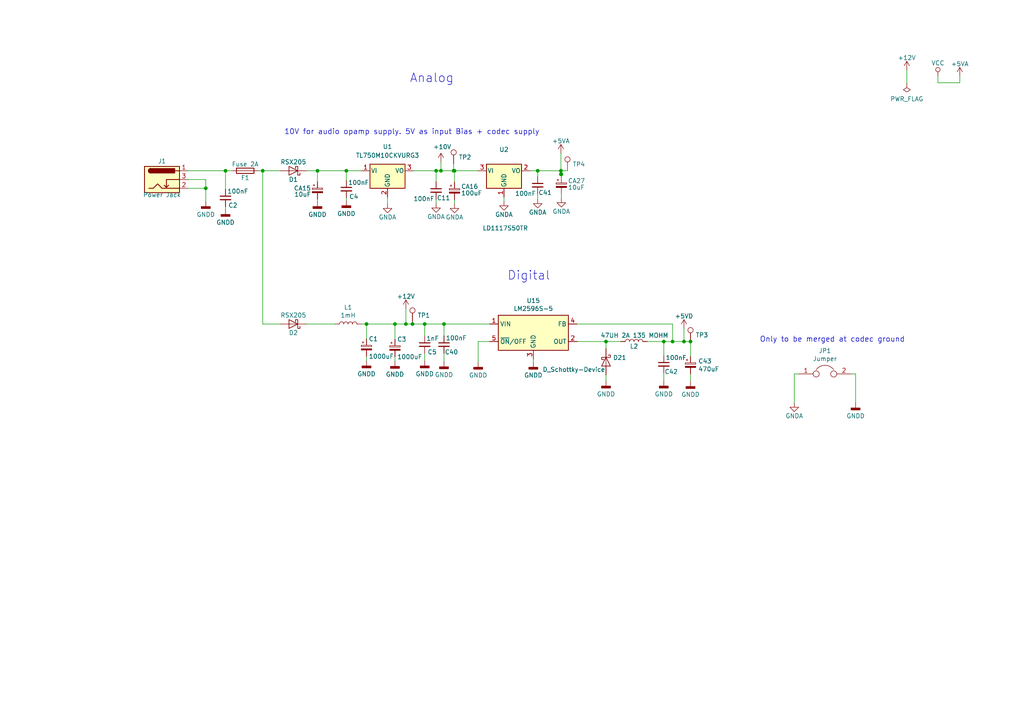
<source format=kicad_sch>
(kicad_sch (version 20211123) (generator eeschema)
  (paper "A4")
  (title_block (title "MOD DuoX - Bottom Board") (date "2021-11-11") (rev "Rev 1.05") (company "MOD Devices GmbH") (comment 1 "DuoX Audio processing board") (comment 2 "https://github.com/moddevices/mod-hw-duoX") (comment 3 "Inp Power: 12V 700mA") (comment 4 "USB outp Power: 500mA"))
  (lib_symbols
    (symbol "Device:CP_Small" (pin_numbers hide) (pin_names (offset 0.254) hide)
      (property "Reference" "C" (at 0.254 1.778 0))
      (property "Value" "Device_CP_Small" (at 0.254 -2.032 0))
      (symbol "CP_Small_0_1"
        (rectangle (start -1.524 -0.3048) (end 1.524 -0.6858) (fill (type outline)))
        (rectangle (start -1.524 0.6858) (end 1.524 0.3048))
        (polyline (pts (xy -1.27 1.524) (xy -0.762 1.524)))
        (polyline (pts (xy -1.016 1.27) (xy -1.016 1.778)))
      )
      (symbol "CP_Small_1_1"
        (pin passive line (at 0 2.54 270) (length 1.8542) (name "~") (number "1"))
        (pin passive line (at 0 -2.54 90) (length 1.8542) (name "~") (number "2"))
      )
    )
    (symbol "Device:Jumper" (pin_names (offset 0.762) hide)
      (property "Reference" "JP" (at 0 3.81 0))
      (property "Value" "Device_Jumper" (at 0 -2.032 0))
      (symbol "Jumper_0_1"
        (circle (center -2.54 0) (radius 0.889))
        (arc (start 2.5146 1.27) (mid 0.0127 2.5097) (end -2.4892 1.27))
        (circle (center 2.54 0) (radius 0.889))
        (pin passive line (at -7.62 0 0) (length 4.191) (name "1") (number "1"))
        (pin passive line (at 7.62 0 180) (length 4.191) (name "2") (number "2"))
      )
    )
    (symbol "Regulator_Switching:LM2596S-5"
      (property "Reference" "U" (at -10.16 6.35 0))
      (property "Value" "LM2596S-5" (at 0 6.35 0))
      (symbol "LM2596S-5_0_1"
        (rectangle (start -10.16 5.08) (end 10.16 -5.08) (stroke (width 0.254)) (fill (type background)))
      )
      (symbol "LM2596S-5_1_1"
        (pin power_in line (at -12.7 2.54 0) (length 2.54) (name "VIN") (number "1"))
        (pin output line (at 12.7 -2.54 180) (length 2.54) (name "OUT") (number "2"))
        (pin power_in line (at 0 -7.62 90) (length 2.54) (name "GND") (number "3"))
        (pin input line (at 12.7 2.54 180) (length 2.54) (name "FB") (number "4"))
        (pin input line (at -12.7 -2.54 0) (length 2.54) (name "~{ON}/OFF") (number "5"))
      )
    )
    (symbol "bottom-board-rescue:+12V-power" (power) (pin_names (offset 0))
      (property "Value" "+12V-power" (at 0 3.556 0))
      (symbol "+12V-power_0_1"
        (polyline (pts (xy -0.762 1.27) (xy 0 2.54)))
        (polyline (pts (xy 0 0) (xy 0 2.54)))
        (polyline (pts (xy 0 2.54) (xy 0.762 1.27)))
      )
      (symbol "+12V-power_1_1"
        (pin power_in line (at 0 0 90) (length 0) hide (name "+12V") (number "1"))
      )
    )
    (symbol "bottom-board-rescue:+5VA-power" (power) (pin_names (offset 0))
      (property "Value" "+5VA-power" (at 0 3.556 0))
      (symbol "+5VA-power_0_1"
        (polyline (pts (xy -0.762 1.27) (xy 0 2.54)))
        (polyline (pts (xy 0 0) (xy 0 2.54)))
        (polyline (pts (xy 0 2.54) (xy 0.762 1.27)))
      )
      (symbol "+5VA-power_1_1"
        (pin power_in line (at 0 0 90) (length 0) hide (name "+5VA") (number "1"))
      )
    )
    (symbol "bottom-board-rescue:+5VD-power" (power) (pin_names (offset 0))
      (property "Value" "+5VD-power" (at 0 3.556 0))
      (symbol "+5VD-power_0_1"
        (polyline (pts (xy -0.762 1.27) (xy 0 2.54)))
        (polyline (pts (xy 0 0) (xy 0 2.54)))
        (polyline (pts (xy 0 2.54) (xy 0.762 1.27)))
      )
      (symbol "+5VD-power_1_1"
        (pin power_in line (at 0 0 90) (length 0) hide (name "+5VD") (number "1"))
      )
    )
    (symbol "bottom-board-rescue:Barrel_Jack_Switch-Connector" (pin_names hide)
      (property "Reference" "J" (at 0 5.334 0))
      (property "Value" "Barrel_Jack_Switch-Connector" (at 0 -5.08 0))
      (symbol "Barrel_Jack_Switch-Connector_0_1"
        (rectangle (start -5.08 3.81) (end 5.08 -3.81) (stroke (width 0.254)) (fill (type background)))
        (arc (start -3.302 3.175) (mid -3.937 2.54) (end -3.302 1.905) (stroke (width 0.254)))
        (arc (start -3.302 3.175) (mid -3.937 2.54) (end -3.302 1.905) (stroke (width 0.254)) (fill (type outline)))
        (polyline (pts (xy 1.27 -2.286) (xy 1.905 -1.651)) (stroke (width 0.254)))
        (polyline (pts (xy 5.08 2.54) (xy 3.81 2.54)) (stroke (width 0.254)))
        (polyline (pts (xy 5.08 0) (xy 1.27 0) (xy 1.27 -2.286) (xy 0.635 -1.651)) (stroke (width 0.254)))
        (polyline (pts (xy -3.81 -2.54) (xy -2.54 -2.54) (xy -1.27 -1.27) (xy 0 -2.54) (xy 2.54 -2.54) (xy 5.08 -2.54)) (stroke (width 0.254)))
        (rectangle (start 3.683 3.175) (end -3.302 1.905) (stroke (width 0.254)) (fill (type outline)))
      )
      (symbol "Barrel_Jack_Switch-Connector_1_1"
        (pin passive line (at 7.62 2.54 180) (length 2.54) (name "~") (number "1"))
        (pin passive line (at 7.62 -2.54 180) (length 2.54) (name "~") (number "2"))
        (pin passive line (at 7.62 0 180) (length 2.54) (name "~") (number "3"))
      )
    )
    (symbol "bottom-board-rescue:CP_Small-Device" (pin_numbers hide) (pin_names (offset 0.254) hide)
      (property "Reference" "C" (at 0.254 1.778 0))
      (property "Value" "CP_Small-Device" (at 0.254 -2.032 0))
      (symbol "CP_Small-Device_0_1"
        (rectangle (start -1.524 -0.3048) (end 1.524 -0.6858) (fill (type outline)))
        (rectangle (start -1.524 0.6858) (end 1.524 0.3048))
        (polyline (pts (xy -1.27 1.524) (xy -0.762 1.524)))
        (polyline (pts (xy -1.016 1.27) (xy -1.016 1.778)))
      )
      (symbol "CP_Small-Device_1_1"
        (pin passive line (at 0 2.54 270) (length 1.8542) (name "~") (number "1"))
        (pin passive line (at 0 -2.54 90) (length 1.8542) (name "~") (number "2"))
      )
    )
    (symbol "bottom-board-rescue:C_Small-Device" (pin_numbers hide) (pin_names (offset 0.254) hide)
      (property "Reference" "C" (at 0.254 1.778 0))
      (property "Value" "C_Small-Device" (at 0.254 -2.032 0))
      (symbol "C_Small-Device_0_1"
        (polyline (pts (xy -1.524 -0.508) (xy 1.524 -0.508)) (stroke (width 0.3302)))
        (polyline (pts (xy -1.524 0.508) (xy 1.524 0.508)) (stroke (width 0.3048)))
      )
      (symbol "C_Small-Device_1_1"
        (pin passive line (at 0 2.54 270) (length 2.032) (name "~") (number "1"))
        (pin passive line (at 0 -2.54 90) (length 2.032) (name "~") (number "2"))
      )
    )
    (symbol "bottom-board-rescue:D_Schottky-Device" (pin_numbers hide) (pin_names (offset 1.016) hide)
      (property "Reference" "D" (at 0 2.54 0))
      (property "Value" "D_Schottky-Device" (at 0 -2.54 0))
      (symbol "D_Schottky-Device_0_1"
        (polyline (pts (xy 1.27 0) (xy -1.27 0)))
        (polyline (pts (xy 1.27 1.27) (xy 1.27 -1.27) (xy -1.27 0) (xy 1.27 1.27)) (stroke (width 0.2032)))
        (polyline (pts (xy -1.905 0.635) (xy -1.905 1.27) (xy -1.27 1.27) (xy -1.27 -1.27) (xy -0.635 -1.27) (xy -0.635 -0.635)) (stroke (width 0.2032)))
      )
      (symbol "D_Schottky-Device_1_1"
        (pin passive line (at -3.81 0 0) (length 2.54) (name "K") (number "1"))
        (pin passive line (at 3.81 0 180) (length 2.54) (name "A") (number "2"))
      )
    )
    (symbol "bottom-board-rescue:Fuse-Device" (pin_numbers hide) (pin_names (offset 0))
      (property "Reference" "F" (at 2.032 0 90))
      (property "Value" "Fuse-Device" (at -1.905 0 90))
      (symbol "Fuse-Device_0_1"
        (rectangle (start -0.762 -2.54) (end 0.762 2.54) (stroke (width 0.254)))
        (polyline (pts (xy 0 2.54) (xy 0 -2.54)))
      )
      (symbol "Fuse-Device_1_1"
        (pin passive line (at 0 3.81 270) (length 1.27) (name "~") (number "1"))
        (pin passive line (at 0 -3.81 90) (length 1.27) (name "~") (number "2"))
      )
    )
    (symbol "bottom-board-rescue:GNDA-power" (power) (pin_names (offset 0))
      (property "Value" "GNDA-power" (at 0 -3.81 0))
      (symbol "GNDA-power_0_1"
        (polyline (pts (xy 0 0) (xy 0 -1.27) (xy 1.27 -1.27) (xy 0 -2.54) (xy -1.27 -1.27) (xy 0 -1.27)))
      )
      (symbol "GNDA-power_1_1"
        (pin power_in line (at 0 0 270) (length 0) hide (name "GNDA") (number "1"))
      )
    )
    (symbol "bottom-board-rescue:GNDD-power" (power) (pin_names (offset 0))
      (property "Value" "GNDD-power" (at 0 -3.175 0))
      (symbol "GNDD-power_0_1"
        (rectangle (start -1.27 -1.524) (end 1.27 -2.032) (stroke (width 0.254)) (fill (type outline)))
        (polyline (pts (xy 0 0) (xy 0 -1.524)))
      )
      (symbol "GNDD-power_1_1"
        (pin power_in line (at 0 0 270) (length 0) hide (name "GNDD") (number "1"))
      )
    )
    (symbol "bottom-board-rescue:L-Device" (pin_numbers hide) (pin_names (offset 1.016) hide)
      (property "Reference" "L" (at -1.27 0 90))
      (property "Value" "L-Device" (at 1.905 0 90))
      (symbol "L-Device_0_1"
        (arc (start 0 -2.54) (mid 0.635 -1.905) (end 0 -1.27))
        (arc (start 0 -1.27) (mid 0.635 -0.635) (end 0 0))
        (arc (start 0 0) (mid 0.635 0.635) (end 0 1.27))
        (arc (start 0 1.27) (mid 0.635 1.905) (end 0 2.54))
      )
      (symbol "L-Device_1_1"
        (pin passive line (at 0 3.81 270) (length 1.27) (name "1") (number "1"))
        (pin passive line (at 0 -3.81 90) (length 1.27) (name "2") (number "2"))
      )
    )
    (symbol "bottom-board-rescue:LD1117S50TR_SOT223-Regulator_Linear" (pin_names (offset 0.254))
      (property "Reference" "U" (at -3.81 3.175 0))
      (property "Value" "LD1117S50TR_SOT223-Regulator_Linear" (at 0 3.175 0))
      (symbol "LD1117S50TR_SOT223-Regulator_Linear_0_1"
        (rectangle (start -5.08 -5.08) (end 5.08 1.905) (stroke (width 0.254)) (fill (type background)))
      )
      (symbol "LD1117S50TR_SOT223-Regulator_Linear_1_1"
        (pin power_in line (at 0 -7.62 90) (length 2.54) (name "GND") (number "1"))
        (pin power_out line (at 7.62 0 180) (length 2.54) (name "VO") (number "2"))
        (pin power_in line (at -7.62 0 0) (length 2.54) (name "VI") (number "3"))
      )
    )
    (symbol "bottom-board-rescue:LM7805_TO220-Regulator_Linear" (pin_names (offset 0.254))
      (property "Reference" "U" (at -3.81 3.175 0))
      (property "Value" "LM7805_TO220-Regulator_Linear" (at 0 3.175 0))
      (symbol "LM7805_TO220-Regulator_Linear_0_1"
        (rectangle (start -5.08 1.905) (end 5.08 -5.08) (stroke (width 0.254)) (fill (type background)))
      )
      (symbol "LM7805_TO220-Regulator_Linear_1_1"
        (pin power_in line (at -7.62 0 0) (length 2.54) (name "VI") (number "1"))
        (pin power_in line (at 0 -7.62 90) (length 2.54) (name "GND") (number "2"))
        (pin power_out line (at 7.62 0 180) (length 2.54) (name "VO") (number "3"))
      )
    )
    (symbol "bottom-board-rescue:PWR_FLAG-power" (power) (pin_numbers hide) (pin_names (offset 0) hide)
      (property "Value" "PWR_FLAG-power" (at 0 3.81 0))
      (symbol "PWR_FLAG-power_0_0"
        (pin power_out line (at 0 0 90) (length 0) (name "pwr") (number "1"))
      )
      (symbol "PWR_FLAG-power_0_1"
        (polyline (pts (xy 0 0) (xy 0 1.27) (xy -1.016 1.905) (xy 0 2.54) (xy 1.016 1.905) (xy 0 1.27)))
      )
    )
    (symbol "bottom-board-rescue:TestPoint-Connector" (pin_numbers hide) (pin_names (offset 0.762) hide)
      (property "Reference" "TP" (at 0 6.858 0))
      (property "Value" "TestPoint-Connector" (at 0 5.08 0))
      (symbol "TestPoint-Connector_0_1"
        (circle (center 0 3.302) (radius 0.762))
      )
      (symbol "TestPoint-Connector_1_1"
        (pin passive line (at 0 0 90) (length 2.54) (name "1") (number "1"))
      )
    )
    (symbol "bottom-board-rescue:VCC-power" (power) (pin_names (offset 0))
      (property "Value" "VCC-power" (at 0 3.81 0))
      (symbol "VCC-power_0_1"
        (polyline (pts (xy 0 0) (xy 0 1.27)))
        (circle (center 0 1.905) (radius 0.635))
      )
      (symbol "VCC-power_1_1"
        (pin power_in line (at 0 0 90) (length 0) hide (name "VCC") (number "1"))
      )
    )
    (symbol "power:+10V" (power) (pin_names (offset 0))
      (property "Value" "+10V" (at 0 3.556 0))
      (symbol "+10V_0_1"
        (polyline (pts (xy -0.762 1.27) (xy 0 2.54)))
        (polyline (pts (xy 0 0) (xy 0 2.54)))
        (polyline (pts (xy 0 2.54) (xy 0.762 1.27)))
      )
      (symbol "+10V_1_1"
        (pin power_in line (at 0 0 90) (length 0) hide (name "+10V") (number "1"))
      )
    )
  )
  (junction (at 127.889 49.53))
  (junction (at 175.768 99.06))
  (junction (at 131.826 49.53))
  (junction (at 162.687 49.53))
  (junction (at 126.492 49.53))
  (junction (at 114.554 93.98))
  (junction (at 162.687 50.546))
  (junction (at 92.075 49.53))
  (junction (at 59.69 54.61))
  (junction (at 131.572 49.53))
  (junction (at 155.956 49.53))
  (junction (at 100.457 49.53))
  (junction (at 119.634 93.98))
  (junction (at 192.532 99.06))
  (junction (at 195.072 99.06))
  (junction (at 76.2 49.53))
  (junction (at 65.405 49.53))
  (junction (at 200.279 99.06))
  (junction (at 106.299 93.98))
  (junction (at 128.778 93.98))
  (junction (at 162.814 50.546))
  (junction (at 117.729 93.98))
  (junction (at 198.374 99.06))
  (junction (at 123.19 93.98))
  (wire (pts (xy 153.797 49.53) (xy 155.956 49.53)))
  (wire (pts (xy 65.405 54.864) (xy 65.405 49.53)))
  (wire (pts (xy 195.072 99.06) (xy 198.374 99.06)))
  (wire (pts (xy 155.956 51.181) (xy 155.956 49.53)))
  (wire (pts (xy 119.634 93.345) (xy 119.634 93.98)))
  (wire (pts (xy 128.778 97.409) (xy 128.778 93.98)))
  (wire (pts (xy 104.775 93.98) (xy 106.299 93.98)))
  (wire (pts (xy 128.778 93.98) (xy 141.986 93.98)))
  (wire (pts (xy 175.768 110.49) (xy 175.768 108.712)))
  (wire (pts (xy 138.684 99.06) (xy 138.684 105.029)))
  (wire (pts (xy 162.687 44.45) (xy 162.687 49.53)))
  (wire (pts (xy 131.572 49.53) (xy 131.826 49.53)))
  (wire (pts (xy 155.956 49.53) (xy 162.687 49.53)))
  (wire (pts (xy 155.956 57.785) (xy 155.956 56.261)))
  (wire (pts (xy 164.592 49.53) (xy 162.687 49.53)))
  (wire (pts (xy 131.826 57.912) (xy 131.826 59.182)))
  (wire (pts (xy 88.9 93.98) (xy 97.155 93.98)))
  (wire (pts (xy 114.554 93.98) (xy 114.554 98.425)))
  (wire (pts (xy 119.634 93.98) (xy 123.19 93.98)))
  (wire (pts (xy 263.017 20.32) (xy 263.017 24.13)))
  (wire (pts (xy 131.572 47.498) (xy 131.572 49.53)))
  (wire (pts (xy 54.61 52.07) (xy 59.69 52.07)))
  (wire (pts (xy 230.378 108.458) (xy 230.378 116.84)))
  (wire (pts (xy 117.729 93.98) (xy 119.634 93.98)))
  (wire (pts (xy 248.158 108.458) (xy 248.158 116.84)))
  (wire (pts (xy 59.69 52.07) (xy 59.69 54.61)))
  (wire (pts (xy 175.768 99.06) (xy 180.086 99.06)))
  (wire (pts (xy 65.405 49.53) (xy 67.31 49.53)))
  (wire (pts (xy 100.457 52.324) (xy 100.457 49.53)))
  (wire (pts (xy 76.2 49.53) (xy 76.2 93.98)))
  (wire (pts (xy 92.075 58.42) (xy 92.075 57.785)))
  (wire (pts (xy 192.532 99.06) (xy 195.072 99.06)))
  (wire (pts (xy 106.299 93.98) (xy 114.554 93.98)))
  (wire (pts (xy 230.378 108.458) (xy 231.648 108.458)))
  (wire (pts (xy 192.532 99.06) (xy 192.532 103.124)))
  (wire (pts (xy 126.492 57.785) (xy 126.492 59.055)))
  (wire (pts (xy 167.386 99.06) (xy 175.768 99.06)))
  (wire (pts (xy 114.554 103.505) (xy 114.554 104.775)))
  (wire (pts (xy 100.457 57.404) (xy 100.457 58.166)))
  (wire (pts (xy 106.299 93.98) (xy 106.299 98.298)))
  (wire (pts (xy 192.532 110.49) (xy 192.532 108.204)))
  (wire (pts (xy 131.826 52.832) (xy 131.826 49.53)))
  (wire (pts (xy 272.034 24.003) (xy 278.384 24.003)))
  (wire (pts (xy 59.69 54.61) (xy 59.69 58.42)))
  (wire (pts (xy 126.492 52.705) (xy 126.492 49.53)))
  (wire (pts (xy 128.778 93.98) (xy 123.19 93.98)))
  (wire (pts (xy 92.075 49.53) (xy 100.457 49.53)))
  (wire (pts (xy 123.19 104.648) (xy 123.19 102.489)))
  (wire (pts (xy 200.279 103.378) (xy 200.279 99.06)))
  (wire (pts (xy 126.492 49.53) (xy 127.889 49.53)))
  (wire (pts (xy 200.279 108.458) (xy 200.279 110.617)))
  (wire (pts (xy 120.015 49.53) (xy 126.492 49.53)))
  (wire (pts (xy 54.61 49.53) (xy 65.405 49.53)))
  (wire (pts (xy 272.034 22.098) (xy 272.034 24.003)))
  (wire (pts (xy 88.9 49.53) (xy 92.075 49.53)))
  (wire (pts (xy 128.778 104.902) (xy 128.778 102.489)))
  (wire (pts (xy 74.93 49.53) (xy 76.2 49.53)))
  (wire (pts (xy 162.814 51.181) (xy 162.814 50.546)))
  (wire (pts (xy 187.706 99.06) (xy 192.532 99.06)))
  (wire (pts (xy 92.075 52.705) (xy 92.075 49.53)))
  (wire (pts (xy 162.814 50.546) (xy 162.687 50.546)))
  (wire (pts (xy 81.28 93.98) (xy 76.2 93.98)))
  (wire (pts (xy 198.374 99.06) (xy 198.374 95.25)))
  (wire (pts (xy 154.686 105.029) (xy 154.686 104.14)))
  (wire (pts (xy 162.814 56.261) (xy 162.814 57.531)))
  (wire (pts (xy 195.072 99.06) (xy 195.072 93.98)))
  (wire (pts (xy 114.554 93.98) (xy 117.729 93.98)))
  (wire (pts (xy 175.768 101.092) (xy 175.768 99.06)))
  (wire (pts (xy 141.986 99.06) (xy 138.684 99.06)))
  (wire (pts (xy 195.072 93.98) (xy 167.386 93.98)))
  (wire (pts (xy 106.299 103.378) (xy 106.299 104.648)))
  (wire (pts (xy 127.889 49.53) (xy 131.572 49.53)))
  (wire (pts (xy 65.405 59.944) (xy 65.405 60.706)))
  (wire (pts (xy 162.687 50.546) (xy 162.687 49.53)))
  (wire (pts (xy 146.177 57.15) (xy 146.177 58.42)))
  (wire (pts (xy 112.395 59.182) (xy 112.395 57.15)))
  (wire (pts (xy 127.889 46.99) (xy 127.889 49.53)))
  (wire (pts (xy 123.19 97.409) (xy 123.19 93.98)))
  (wire (pts (xy 76.2 49.53) (xy 81.28 49.53)))
  (wire (pts (xy 198.374 99.06) (xy 200.279 99.06)))
  (wire (pts (xy 248.158 108.458) (xy 246.888 108.458)))
  (wire (pts (xy 54.61 54.61) (xy 59.69 54.61)))
  (wire (pts (xy 278.384 24.003) (xy 278.384 22.098)))
  (wire (pts (xy 117.729 89.535) (xy 117.729 93.98)))
  (wire (pts (xy 100.457 49.53) (xy 104.775 49.53)))
  (wire (pts (xy 131.826 49.53) (xy 138.557 49.53)))
  (text "10V for audio opamp supply. 5V as input Bias + codec supply" (at 82.423 39.243 0) (effects (font (size 1.524 1.524)) (justify left bottom)))
  (text "Only to be merged at codec ground" (at 220.345 99.441 0) (effects (font (size 1.524 1.524)) (justify left bottom)))
  (text "Digital" (at 159.639 81.534 180) (effects (font (size 2.54 2.54)) (justify right bottom)))
  (text "Analog" (at 131.699 24.257 180) (effects (font (size 2.54 2.54)) (justify right bottom)))
  (symbol (lib_id "bottom-board-rescue:GNDA-power") (at 230.378 116.84 0) (unit 1)
    (property "Reference" "#PWR022" (effects hide))
    (property "Value" "GNDA" (at 230.378 120.65 0))
  )
  (symbol (lib_id "bottom-board-rescue:GNDD-power") (at 248.158 116.84 0) (unit 1)
    (property "Reference" "#PWR027" (effects hide))
    (property "Value" "GNDD" (at 248.158 120.65 0))
  )
  (symbol (lib_id "bottom-board-rescue:+12V-power") (at 263.017 20.32 0) (unit 1)
    (property "Reference" "#PWR014" (effects hide))
    (property "Value" "+12V" (at 263.017 16.764 0))
  )
  (symbol (lib_id "bottom-board-rescue:PWR_FLAG-power") (at 263.017 24.13 180) (unit 1)
    (property "Reference" "#FLG03" (effects hide))
    (property "Value" "PWR_FLAG" (at 263.017 28.702 0))
  )
  (symbol (lib_id "bottom-board-rescue:D_Schottky-Device") (at 85.09 49.53 180) (unit 1)
    (property "Reference" "D1" (at 85.09 52.07 0))
    (property "Value" "RSX205" (at 85.09 46.99 0))
    (property "Footprint" "Diode_SMD:D_SOD-123F" (effects hide))
    (property "MPN" "RSX205LAM30TR" (effects hide))
  )
  (symbol (lib_id "bottom-board-rescue:CP_Small-Device") (at 106.299 100.838 0) (unit 1)
    (property "Reference" "C1" (at 106.934 98.298 0) (effects (justify left)))
    (property "Value" "1000uF" (at 106.934 103.378 0) (effects (justify left)))
    (property "Footprint" "Capacitor_SMD:CP_Elec_10x10.5" (effects hide))
    (property "MPN" "UCM1C102MNL1GS" (effects hide))
  )
  (symbol (lib_id "bottom-board-rescue:L-Device") (at 100.965 93.98 90) (unit 1)
    (property "Reference" "L1" (at 100.965 89.154 90))
    (property "Value" "1mH" (at 100.965 91.4654 90))
    (property "Footprint" "Inductor_SMD:L_Bourns_SRR1260" (effects hide))
    (property "MPN" "SRR1260-102K" (effects hide))
  )
  (symbol (lib_id "bottom-board-rescue:CP_Small-Device") (at 114.554 100.965 0) (unit 1)
    (property "Reference" "C3" (at 115.189 98.425 0) (effects (justify left)))
    (property "Value" "1000uF" (at 115.189 103.505 0) (effects (justify left)))
    (property "Footprint" "Capacitor_SMD:CP_Elec_10x10.5" (effects hide))
    (property "MPN" "UCM1C102MNL1GS" (effects hide))
  )
  (symbol (lib_id "bottom-board-rescue:Barrel_Jack_Switch-Connector") (at 46.99 52.07 0) (unit 1)
    (property "Reference" "J1" (at 46.99 46.736 0))
    (property "Value" "Power Jack" (at 46.99 56.515 0))
    (property "Footprint" "Connector_BarrelJack:BarrelJack_Horizontal" (effects hide))
    (property "MPN" "Adafruit Industries LLC 3643" (effects hide))
  )
  (symbol (lib_id "bottom-board-rescue:GNDD-power") (at 59.69 58.42 0) (unit 1)
    (property "Reference" "#PWR01" (effects hide))
    (property "Value" "GNDD" (at 59.69 62.23 0))
  )
  (symbol (lib_id "bottom-board-rescue:GNDA-power") (at 146.177 58.42 0) (unit 1)
    (property "Reference" "#PWR017" (effects hide))
    (property "Value" "GNDA" (at 146.177 62.23 0))
  )
  (symbol (lib_id "bottom-board-rescue:GNDA-power") (at 131.826 59.182 0) (mirror y) (unit 1)
    (property "Reference" "#PWR015" (effects hide))
    (property "Value" "GNDA" (at 131.826 62.992 0))
  )
  (symbol (lib_id "bottom-board-rescue:GNDA-power") (at 162.814 57.531 0) (unit 1)
    (property "Reference" "#PWR019" (effects hide))
    (property "Value" "GNDA" (at 162.814 61.341 0))
  )
  (symbol (lib_id "bottom-board-rescue:+5VA-power") (at 162.687 44.45 0) (unit 1)
    (property "Reference" "#PWR032" (effects hide))
    (property "Value" "+5VA" (at 162.687 40.894 0))
  )
  (symbol (lib_id "bottom-board-rescue:Fuse-Device") (at 71.12 49.53 270) (unit 1)
    (property "Reference" "F1" (at 71.12 51.562 90))
    (property "Value" "Fuse 2A" (at 71.12 47.625 90))
    (property "Footprint" "footprints:Fuse_2920_0ZCF_Bel" (effects hide))
    (property "MPN" "0ZCF0200FF2C" (effects hide))
  )
  (symbol (lib_id "bottom-board-rescue:+12V-power") (at 117.729 89.535 0) (unit 1)
    (property "Reference" "#PWR07" (effects hide))
    (property "Value" "+12V" (at 117.729 85.979 0))
  )
  (symbol (lib_id "bottom-board-rescue:+5VD-power") (at 198.374 95.25 0) (unit 1)
    (property "Reference" "#PWR018" (effects hide))
    (property "Value" "+5VD" (at 198.374 91.694 0))
  )
  (symbol (lib_id "bottom-board-rescue:D_Schottky-Device") (at 85.09 93.98 180) (unit 1)
    (property "Reference" "D2" (at 85.09 96.52 0))
    (property "Value" "RSX205" (at 85.09 91.44 0))
    (property "Footprint" "Diode_SMD:D_SOD-123F" (effects hide))
    (property "MPN" "RSX205LAM30TR" (effects hide))
  )
  (symbol (lib_id "bottom-board-rescue:VCC-power") (at 272.034 22.098 0) (unit 1)
    (property "Reference" "#PWR02" (effects hide))
    (property "Value" "VCC" (at 272.034 18.288 0))
  )
  (symbol (lib_id "bottom-board-rescue:+5VA-power") (at 278.384 22.098 0) (mirror y) (unit 1)
    (property "Reference" "#PWR04" (effects hide))
    (property "Value" "+5VA" (at 278.384 18.542 0))
  )
  (symbol (lib_id "bottom-board-rescue:LD1117S50TR_SOT223-Regulator_Linear") (at 146.177 49.53 0) (unit 1)
    (property "Reference" "U2" (at 146.177 43.3832 0))
    (property "Value" "LD1117S50TR" (at 146.558 66.167 0))
    (property "Footprint" "Package_TO_SOT_SMD:SOT-223-3_TabPin2" (effects hide))
    (property "Datasheet" "http://www.st.com/st-web-ui/static/active/en/resource/technical/document/datasheet/CD00000544.pdf" (effects hide))
    (property "MPN" "LD1117S50TR" (effects hide))
  )
  (symbol (lib_id "bottom-board-rescue:TestPoint-Connector") (at 131.572 47.498 0) (unit 1)
    (property "Reference" "TP2" (at 133.0452 45.6184 0) (effects (justify left)))
    (property "Value" "TestPoint" (effects hide))
    (property "Footprint" "TestPoint:TestPoint_Pad_D1.0mm" (effects hide))
  )
  (symbol (lib_id "bottom-board-rescue:TestPoint-Connector") (at 164.592 49.53 0) (unit 1)
    (property "Reference" "TP4" (at 166.0652 47.6504 0) (effects (justify left)))
    (property "Value" "TestPoint" (effects hide))
    (property "Footprint" "TestPoint:TestPoint_Pad_D1.0mm" (effects hide))
  )
  (symbol (lib_id "bottom-board-rescue:TestPoint-Connector") (at 119.634 93.345 0) (unit 1)
    (property "Reference" "TP1" (at 121.1072 91.4654 0) (effects (justify left)))
    (property "Value" "TestPoint" (effects hide))
    (property "Footprint" "TestPoint:TestPoint_Pad_D1.0mm" (effects hide))
  )
  (symbol (lib_id "bottom-board-rescue:TestPoint-Connector") (at 200.279 99.06 0) (unit 1)
    (property "Reference" "TP3" (at 201.7522 97.1804 0) (effects (justify left)))
    (property "Value" "TestPoint" (effects hide))
    (property "Footprint" "TestPoint:TestPoint_Pad_D1.0mm" (effects hide))
  )
  (symbol (lib_id "bottom-board-rescue:CP_Small-Device") (at 162.814 53.721 0) (unit 1)
    (property "Reference" "CA27" (at 164.719 52.451 0) (effects (justify left)))
    (property "Value" "10uF" (at 164.719 54.356 0) (effects (justify left)))
    (property "Footprint" "Capacitor_SMD:CP_Elec_4x5.7" (effects hide))
    (property "MPN" "EEE-HB1C100R" (effects hide))
  )
  (symbol (lib_id "bottom-board-rescue:C_Small-Device") (at 65.405 57.404 0) (unit 1)
    (property "Reference" "C2" (at 67.564 59.563 0))
    (property "Value" "100nF" (at 68.961 55.499 0))
    (property "Footprint" "Capacitor_SMD:C_0603_1608Metric" (effects hide))
    (property "MPN" "GCM188R71C104KA37D" (effects hide))
  )
  (symbol (lib_id "bottom-board-rescue:GNDD-power") (at 65.405 60.706 0) (unit 1)
    (property "Reference" "#PWR0183" (effects hide))
    (property "Value" "GNDD" (at 65.405 64.516 0))
  )
  (symbol (lib_id "Device:Jumper") (at 239.268 108.458 0) (unit 1)
    (property "Reference" "JP1" (at 239.268 101.7524 0))
    (property "Value" "Jumper" (at 239.268 104.0638 0))
    (property "Footprint" "Jumper:SolderJumper-2_P1.3mm_Bridged2Bar_RoundedPad1.0x1.5mm" (effects hide))
  )
  (symbol (lib_id "bottom-board-rescue:C_Small-Device") (at 123.19 99.949 0) (unit 1)
    (property "Reference" "C5" (at 125.349 102.108 0))
    (property "Value" "1nF" (at 125.476 98.171 0))
    (property "Footprint" "Capacitor_SMD:C_0603_1608Metric" (effects hide))
    (property "MPN" "C0603X7R500-103KNP" (effects hide))
  )
  (symbol (lib_id "bottom-board-rescue:C_Small-Device") (at 128.778 99.949 0) (unit 1)
    (property "Reference" "C40" (at 130.937 102.108 0))
    (property "Value" "100nF" (at 132.334 98.044 0))
    (property "Footprint" "Capacitor_SMD:C_0603_1608Metric" (effects hide))
    (property "MPN" "GCM188R71C104KA37D" (effects hide))
  )
  (symbol (lib_id "Regulator_Switching:LM2596S-5") (at 154.686 96.52 0) (unit 1)
    (property "Reference" "U15" (at 154.686 87.1982 0))
    (property "Value" "LM2596S-5" (at 154.686 89.5096 0))
    (property "Footprint" "Package_TO_SOT_SMD:TO-263-5_TabPin3" (effects hide))
    (property "Datasheet" "http://www.ti.com/lit/ds/symlink/lm2596.pdf" (effects hide))
    (property "MPN" "TS2596CM550 RNG" (effects hide))
  )
  (symbol (lib_id "bottom-board-rescue:GNDD-power") (at 106.299 104.648 0) (unit 1)
    (property "Reference" "#PWR0106" (effects hide))
    (property "Value" "GNDD" (at 106.299 108.458 0))
  )
  (symbol (lib_id "bottom-board-rescue:GNDD-power") (at 114.554 104.775 0) (unit 1)
    (property "Reference" "#PWR0108" (effects hide))
    (property "Value" "GNDD" (at 114.554 108.585 0))
  )
  (symbol (lib_id "bottom-board-rescue:GNDD-power") (at 123.19 104.648 0) (unit 1)
    (property "Reference" "#PWR0110" (effects hide))
    (property "Value" "GNDD" (at 123.19 108.458 0))
  )
  (symbol (lib_id "bottom-board-rescue:GNDD-power") (at 128.778 104.902 0) (unit 1)
    (property "Reference" "#PWR0112" (effects hide))
    (property "Value" "GNDD" (at 128.778 108.712 0))
  )
  (symbol (lib_id "bottom-board-rescue:GNDD-power") (at 138.684 105.029 0) (unit 1)
    (property "Reference" "#PWR0116" (effects hide))
    (property "Value" "GNDD" (at 138.684 108.839 0))
  )
  (symbol (lib_id "bottom-board-rescue:GNDD-power") (at 154.686 105.029 0) (unit 1)
    (property "Reference" "#PWR0121" (effects hide))
    (property "Value" "GNDD" (at 154.686 108.839 0))
  )
  (symbol (lib_id "bottom-board-rescue:GNDD-power") (at 175.768 110.49 0) (unit 1)
    (property "Reference" "#PWR0123" (effects hide))
    (property "Value" "GNDD" (at 175.768 114.3 0))
  )
  (symbol (lib_id "bottom-board-rescue:D_Schottky-Device") (at 175.768 104.902 270) (unit 1)
    (property "Reference" "D21" (at 177.7746 103.7336 90) (effects (justify left)))
    (property "Value" "D_Schottky-Device" (at 157.353 107.188 90) (effects (justify left)))
    (property "Footprint" "Diode_SMD:D_MELF" (effects hide))
    (property "MPN" "TSSA3U45 R3G" (effects hide))
  )
  (symbol (lib_id "bottom-board-rescue:L-Device") (at 183.896 99.06 90) (unit 1)
    (property "Reference" "L2" (at 183.896 100.457 90))
    (property "Value" "47UH 2A 135 MOHM" (at 184.023 97.282 90))
    (property "Footprint" "Uno:SRN8040TA" (effects hide))
    (property "MPN" "SRN8040TA-470M" (effects hide))
  )
  (symbol (lib_id "bottom-board-rescue:C_Small-Device") (at 192.532 105.664 0) (unit 1)
    (property "Reference" "C42" (at 194.691 107.823 0))
    (property "Value" "100nF" (at 196.088 103.759 0))
    (property "Footprint" "Capacitor_SMD:C_0603_1608Metric" (effects hide))
    (property "MPN" "GCM188R71C104KA37D" (effects hide))
  )
  (symbol (lib_id "Device:CP_Small") (at 200.279 105.918 0) (unit 1)
    (property "Reference" "C43" (at 202.5142 104.7496 0) (effects (justify left)))
    (property "Value" "470uF" (at 202.5142 107.061 0) (effects (justify left)))
    (property "Footprint" "Capacitor_SMD:CP_Elec_8x10.5" (effects hide))
    (property "MPN" "UCW1C471MNL1GS" (effects hide))
  )
  (symbol (lib_id "bottom-board-rescue:GNDD-power") (at 192.532 110.49 0) (unit 1)
    (property "Reference" "#PWR0124" (effects hide))
    (property "Value" "GNDD" (at 192.532 114.3 0))
  )
  (symbol (lib_id "bottom-board-rescue:GNDD-power") (at 200.279 110.617 0) (unit 1)
    (property "Reference" "#PWR0125" (effects hide))
    (property "Value" "GNDD" (at 200.279 114.427 0))
  )
  (symbol (lib_id "bottom-board-rescue:CP_Small-Device") (at 92.075 55.245 0) (unit 1)
    (property "Reference" "CA15" (at 85.217 54.61 0) (effects (justify left)))
    (property "Value" "10uF" (at 85.344 56.388 0) (effects (justify left)))
    (property "Footprint" "Capacitor_SMD:CP_Elec_4x5.7" (effects hide))
    (property "MPN" "EEE-HB1C100R" (effects hide))
  )
  (symbol (lib_id "bottom-board-rescue:C_Small-Device") (at 100.457 54.864 0) (unit 1)
    (property "Reference" "C4" (at 102.616 57.023 0))
    (property "Value" "100nF" (at 104.013 52.959 0))
    (property "Footprint" "Capacitor_SMD:C_0603_1608Metric" (effects hide))
    (property "MPN" "GCM188R71C104KA37D" (effects hide))
  )
  (symbol (lib_id "bottom-board-rescue:GNDD-power") (at 92.075 58.42 0) (unit 1)
    (property "Reference" "#PWR0126" (effects hide))
    (property "Value" "GNDD" (at 92.075 62.23 0))
  )
  (symbol (lib_id "bottom-board-rescue:GNDD-power") (at 100.457 58.166 0) (unit 1)
    (property "Reference" "#PWR0140" (effects hide))
    (property "Value" "GNDD" (at 100.457 61.976 0))
  )
  (symbol (lib_id "bottom-board-rescue:GNDA-power") (at 112.395 59.182 0) (mirror y) (unit 1)
    (property "Reference" "#PWR0172" (effects hide))
    (property "Value" "GNDA" (at 112.395 62.992 0))
  )
  (symbol (lib_id "power:+10V") (at 127.889 46.99 0) (unit 1)
    (property "Reference" "#PWR0180" (effects hide))
    (property "Value" "+10V" (at 128.27 42.5958 0))
  )
  (symbol (lib_id "bottom-board-rescue:C_Small-Device") (at 155.956 53.721 0) (unit 1)
    (property "Reference" "C41" (at 158.115 55.88 0))
    (property "Value" "100nF" (at 152.4 56.134 0))
    (property "Footprint" "Capacitor_SMD:C_0603_1608Metric" (effects hide))
    (property "MPN" "GCM188R71C104KA37D" (effects hide))
  )
  (symbol (lib_id "bottom-board-rescue:GNDA-power") (at 155.956 57.785 0) (unit 1)
    (property "Reference" "#PWR0174" (effects hide))
    (property "Value" "GNDA" (at 155.956 61.595 0))
  )
  (symbol (lib_id "bottom-board-rescue:C_Small-Device") (at 126.492 55.245 0) (unit 1)
    (property "Reference" "C11" (at 128.651 57.404 0))
    (property "Value" "100nF" (at 122.936 57.658 0))
    (property "Footprint" "Capacitor_SMD:C_0603_1608Metric" (effects hide))
    (property "MPN" "GCM188R71C104KA37D" (effects hide))
  )
  (symbol (lib_id "bottom-board-rescue:CP_Small-Device") (at 131.826 55.372 0) (unit 1)
    (property "Reference" "CA16" (at 133.731 54.102 0) (effects (justify left)))
    (property "Value" "100uF" (at 133.731 56.007 0) (effects (justify left)))
    (property "Footprint" "Capacitor_SMD:CP_Elec_6.3x7.7" (effects hide))
    (property "MPN" "107SML016M" (effects hide))
  )
  (symbol (lib_id "bottom-board-rescue:GNDA-power") (at 126.492 59.055 0) (mirror y) (unit 1)
    (property "Reference" "#PWR0173" (effects hide))
    (property "Value" "GNDA" (at 126.492 62.865 0))
  )
  (symbol (lib_id "bottom-board-rescue:LM7805_TO220-Regulator_Linear") (at 112.395 49.53 0) (unit 1)
    (property "Reference" "U1" (at 112.395 42.545 0))
    (property "Value" "TL750M10CKVURG3" (at 112.395 45.085 0))
    (property "Footprint" "Package_TO_SOT_SMD:TO-252-3_TabPin2" (effects hide))
    (property "MPN" "TL750M10CKVURG3" (effects hide))
  )
)
</source>
